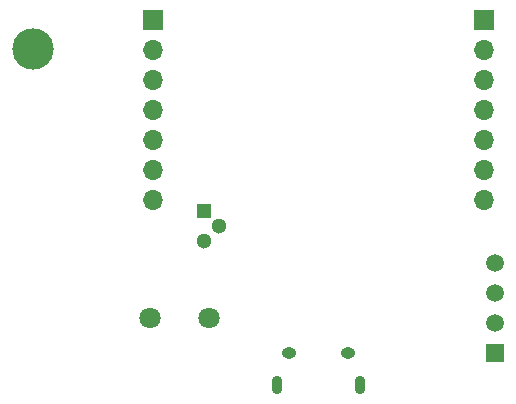
<source format=gbr>
%TF.GenerationSoftware,KiCad,Pcbnew,6.0.8-f2edbf62ab~116~ubuntu22.04.1*%
%TF.CreationDate,2022-10-18T20:55:33+08:00*%
%TF.ProjectId,HMT-1,484d542d-312e-46b6-9963-61645f706362,0*%
%TF.SameCoordinates,Original*%
%TF.FileFunction,Soldermask,Bot*%
%TF.FilePolarity,Negative*%
%FSLAX46Y46*%
G04 Gerber Fmt 4.6, Leading zero omitted, Abs format (unit mm)*
G04 Created by KiCad (PCBNEW 6.0.8-f2edbf62ab~116~ubuntu22.04.1) date 2022-10-18 20:55:33*
%MOMM*%
%LPD*%
G01*
G04 APERTURE LIST*
%ADD10C,3.500000*%
%ADD11C,1.800000*%
%ADD12R,1.700000X1.700000*%
%ADD13O,1.700000X1.700000*%
%ADD14R,1.500000X1.500000*%
%ADD15C,1.500000*%
%ADD16O,0.890000X1.550000*%
%ADD17O,1.250000X0.950000*%
%ADD18R,1.300000X1.300000*%
%ADD19C,1.300000*%
G04 APERTURE END LIST*
D10*
%TO.C,REF\u002A\u002A*%
X95300000Y-104800000D03*
%TD*%
D11*
%TO.C,BZ1*%
X105200000Y-127600000D03*
X110200000Y-127600000D03*
%TD*%
D12*
%TO.C,J3*%
X133470000Y-102300000D03*
D13*
X133470000Y-104840000D03*
X133470000Y-107380000D03*
X133470000Y-109920000D03*
X133470000Y-112460000D03*
X133470000Y-115000000D03*
X133470000Y-117540000D03*
%TD*%
D14*
%TO.C,U1*%
X134400000Y-130510000D03*
D15*
X134400000Y-127970000D03*
X134400000Y-125430000D03*
X134400000Y-122890000D03*
%TD*%
D16*
%TO.C,J1*%
X116000000Y-133250000D03*
D17*
X122000000Y-130550000D03*
X117000000Y-130550000D03*
D16*
X123000000Y-133250000D03*
%TD*%
D12*
%TO.C,J2*%
X105500000Y-102300000D03*
D13*
X105500000Y-104840000D03*
X105500000Y-107380000D03*
X105500000Y-109920000D03*
X105500000Y-112460000D03*
X105500000Y-115000000D03*
X105500000Y-117540000D03*
%TD*%
D18*
%TO.C,Q1*%
X109740000Y-118530000D03*
D19*
X111010000Y-119800000D03*
X109740000Y-121070000D03*
%TD*%
M02*

</source>
